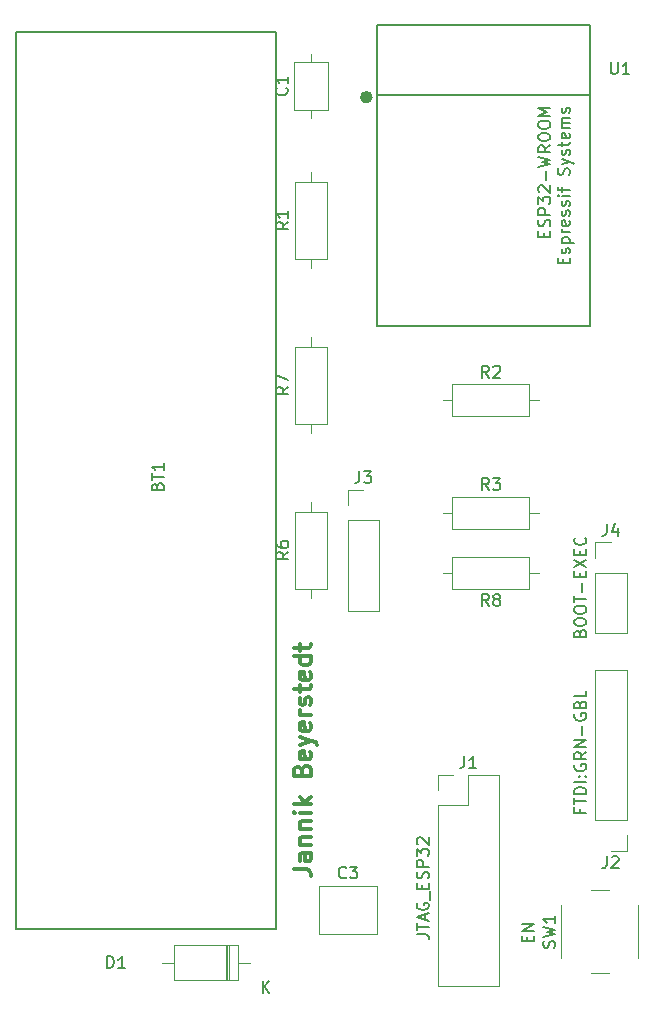
<source format=gto>
G04 #@! TF.GenerationSoftware,KiCad,Pcbnew,(5.0.0-3-g5ebb6b6)*
G04 #@! TF.CreationDate,2018-08-01T17:04:44+02:00*
G04 #@! TF.ProjectId,esp32-sensornode,65737033322D73656E736F726E6F6465,rev?*
G04 #@! TF.SameCoordinates,Original*
G04 #@! TF.FileFunction,Legend,Top*
G04 #@! TF.FilePolarity,Positive*
%FSLAX46Y46*%
G04 Gerber Fmt 4.6, Leading zero omitted, Abs format (unit mm)*
G04 Created by KiCad (PCBNEW (5.0.0-3-g5ebb6b6)) date Wednesday, 01. August 2018 um 17:04:44*
%MOMM*%
%LPD*%
G01*
G04 APERTURE LIST*
%ADD10C,0.300000*%
%ADD11C,0.150000*%
%ADD12C,0.120000*%
%ADD13C,0.500000*%
G04 APERTURE END LIST*
D10*
X201743571Y-122244285D02*
X202815000Y-122244285D01*
X203029285Y-122315714D01*
X203172142Y-122458571D01*
X203243571Y-122672857D01*
X203243571Y-122815714D01*
X203243571Y-120887142D02*
X202457857Y-120887142D01*
X202315000Y-120958571D01*
X202243571Y-121101428D01*
X202243571Y-121387142D01*
X202315000Y-121530000D01*
X203172142Y-120887142D02*
X203243571Y-121030000D01*
X203243571Y-121387142D01*
X203172142Y-121530000D01*
X203029285Y-121601428D01*
X202886428Y-121601428D01*
X202743571Y-121530000D01*
X202672142Y-121387142D01*
X202672142Y-121030000D01*
X202600714Y-120887142D01*
X202243571Y-120172857D02*
X203243571Y-120172857D01*
X202386428Y-120172857D02*
X202315000Y-120101428D01*
X202243571Y-119958571D01*
X202243571Y-119744285D01*
X202315000Y-119601428D01*
X202457857Y-119530000D01*
X203243571Y-119530000D01*
X202243571Y-118815714D02*
X203243571Y-118815714D01*
X202386428Y-118815714D02*
X202315000Y-118744285D01*
X202243571Y-118601428D01*
X202243571Y-118387142D01*
X202315000Y-118244285D01*
X202457857Y-118172857D01*
X203243571Y-118172857D01*
X203243571Y-117458571D02*
X202243571Y-117458571D01*
X201743571Y-117458571D02*
X201815000Y-117530000D01*
X201886428Y-117458571D01*
X201815000Y-117387142D01*
X201743571Y-117458571D01*
X201886428Y-117458571D01*
X203243571Y-116744285D02*
X201743571Y-116744285D01*
X202672142Y-116601428D02*
X203243571Y-116172857D01*
X202243571Y-116172857D02*
X202815000Y-116744285D01*
X202457857Y-113887142D02*
X202529285Y-113672857D01*
X202600714Y-113601428D01*
X202743571Y-113530000D01*
X202957857Y-113530000D01*
X203100714Y-113601428D01*
X203172142Y-113672857D01*
X203243571Y-113815714D01*
X203243571Y-114387142D01*
X201743571Y-114387142D01*
X201743571Y-113887142D01*
X201815000Y-113744285D01*
X201886428Y-113672857D01*
X202029285Y-113601428D01*
X202172142Y-113601428D01*
X202315000Y-113672857D01*
X202386428Y-113744285D01*
X202457857Y-113887142D01*
X202457857Y-114387142D01*
X203172142Y-112315714D02*
X203243571Y-112458571D01*
X203243571Y-112744285D01*
X203172142Y-112887142D01*
X203029285Y-112958571D01*
X202457857Y-112958571D01*
X202315000Y-112887142D01*
X202243571Y-112744285D01*
X202243571Y-112458571D01*
X202315000Y-112315714D01*
X202457857Y-112244285D01*
X202600714Y-112244285D01*
X202743571Y-112958571D01*
X202243571Y-111744285D02*
X203243571Y-111387142D01*
X202243571Y-111030000D02*
X203243571Y-111387142D01*
X203600714Y-111530000D01*
X203672142Y-111601428D01*
X203743571Y-111744285D01*
X203172142Y-109887142D02*
X203243571Y-110030000D01*
X203243571Y-110315714D01*
X203172142Y-110458571D01*
X203029285Y-110530000D01*
X202457857Y-110530000D01*
X202315000Y-110458571D01*
X202243571Y-110315714D01*
X202243571Y-110030000D01*
X202315000Y-109887142D01*
X202457857Y-109815714D01*
X202600714Y-109815714D01*
X202743571Y-110530000D01*
X203243571Y-109172857D02*
X202243571Y-109172857D01*
X202529285Y-109172857D02*
X202386428Y-109101428D01*
X202315000Y-109030000D01*
X202243571Y-108887142D01*
X202243571Y-108744285D01*
X203172142Y-108315714D02*
X203243571Y-108172857D01*
X203243571Y-107887142D01*
X203172142Y-107744285D01*
X203029285Y-107672857D01*
X202957857Y-107672857D01*
X202815000Y-107744285D01*
X202743571Y-107887142D01*
X202743571Y-108101428D01*
X202672142Y-108244285D01*
X202529285Y-108315714D01*
X202457857Y-108315714D01*
X202315000Y-108244285D01*
X202243571Y-108101428D01*
X202243571Y-107887142D01*
X202315000Y-107744285D01*
X202243571Y-107244285D02*
X202243571Y-106672857D01*
X201743571Y-107030000D02*
X203029285Y-107030000D01*
X203172142Y-106958571D01*
X203243571Y-106815714D01*
X203243571Y-106672857D01*
X203172142Y-105601428D02*
X203243571Y-105744285D01*
X203243571Y-106030000D01*
X203172142Y-106172857D01*
X203029285Y-106244285D01*
X202457857Y-106244285D01*
X202315000Y-106172857D01*
X202243571Y-106030000D01*
X202243571Y-105744285D01*
X202315000Y-105601428D01*
X202457857Y-105530000D01*
X202600714Y-105530000D01*
X202743571Y-106244285D01*
X203243571Y-104244285D02*
X201743571Y-104244285D01*
X203172142Y-104244285D02*
X203243571Y-104387142D01*
X203243571Y-104672857D01*
X203172142Y-104815714D01*
X203100714Y-104887142D01*
X202957857Y-104958571D01*
X202529285Y-104958571D01*
X202386428Y-104887142D01*
X202315000Y-104815714D01*
X202243571Y-104672857D01*
X202243571Y-104387142D01*
X202315000Y-104244285D01*
X202243571Y-103744285D02*
X202243571Y-103172857D01*
X201743571Y-103530000D02*
X203029285Y-103530000D01*
X203172142Y-103458571D01*
X203243571Y-103315714D01*
X203243571Y-103172857D01*
D11*
G04 #@! TO.C,BT1*
X200280000Y-127350000D02*
X178280000Y-127350000D01*
X200280000Y-51350000D02*
X200280000Y-127350000D01*
X178280000Y-51350000D02*
X200280000Y-51350000D01*
X178280000Y-127350000D02*
X178280000Y-51350000D01*
D12*
G04 #@! TO.C,C1*
X201780000Y-57960000D02*
X204620000Y-57960000D01*
X204620000Y-57960000D02*
X204620000Y-53920000D01*
X204620000Y-53920000D02*
X201780000Y-53920000D01*
X201780000Y-53920000D02*
X201780000Y-57960000D01*
X203200000Y-58650000D02*
X203200000Y-57960000D01*
X203200000Y-53230000D02*
X203200000Y-53920000D01*
G04 #@! TO.C,C3*
X203935000Y-123710000D02*
X208775000Y-123710000D01*
X203935000Y-127750000D02*
X208775000Y-127750000D01*
X203935000Y-123710000D02*
X203935000Y-127750000D01*
X208775000Y-123710000D02*
X208775000Y-127750000D01*
G04 #@! TO.C,D1*
X197030000Y-131645000D02*
X197030000Y-128705000D01*
X197030000Y-128705000D02*
X191590000Y-128705000D01*
X191590000Y-128705000D02*
X191590000Y-131645000D01*
X191590000Y-131645000D02*
X197030000Y-131645000D01*
X198050000Y-130175000D02*
X197030000Y-130175000D01*
X190570000Y-130175000D02*
X191590000Y-130175000D01*
X196130000Y-131645000D02*
X196130000Y-128705000D01*
X196010000Y-131645000D02*
X196010000Y-128705000D01*
X196250000Y-131645000D02*
X196250000Y-128705000D01*
G04 #@! TO.C,J2*
X229930000Y-105350000D02*
X227270000Y-105350000D01*
X229930000Y-118110000D02*
X229930000Y-105350000D01*
X227270000Y-118110000D02*
X227270000Y-105350000D01*
X229930000Y-118110000D02*
X227270000Y-118110000D01*
X229930000Y-119380000D02*
X229930000Y-120710000D01*
X229930000Y-120710000D02*
X228600000Y-120710000D01*
G04 #@! TO.C,J3*
X206315000Y-100390000D02*
X208975000Y-100390000D01*
X206315000Y-92710000D02*
X206315000Y-100390000D01*
X208975000Y-92710000D02*
X208975000Y-100390000D01*
X206315000Y-92710000D02*
X208975000Y-92710000D01*
X206315000Y-91440000D02*
X206315000Y-90110000D01*
X206315000Y-90110000D02*
X207645000Y-90110000D01*
G04 #@! TO.C,J4*
X227270000Y-102295000D02*
X229930000Y-102295000D01*
X227270000Y-97155000D02*
X227270000Y-102295000D01*
X229930000Y-97155000D02*
X229930000Y-102295000D01*
X227270000Y-97155000D02*
X229930000Y-97155000D01*
X227270000Y-95885000D02*
X227270000Y-94555000D01*
X227270000Y-94555000D02*
X228600000Y-94555000D01*
G04 #@! TO.C,R1*
X201830000Y-70580000D02*
X204570000Y-70580000D01*
X204570000Y-70580000D02*
X204570000Y-64040000D01*
X204570000Y-64040000D02*
X201830000Y-64040000D01*
X201830000Y-64040000D02*
X201830000Y-70580000D01*
X203200000Y-71350000D02*
X203200000Y-70580000D01*
X203200000Y-63270000D02*
X203200000Y-64040000D01*
G04 #@! TO.C,R2*
X222480000Y-82550000D02*
X221710000Y-82550000D01*
X214400000Y-82550000D02*
X215170000Y-82550000D01*
X221710000Y-81180000D02*
X215170000Y-81180000D01*
X221710000Y-83920000D02*
X221710000Y-81180000D01*
X215170000Y-83920000D02*
X221710000Y-83920000D01*
X215170000Y-81180000D02*
X215170000Y-83920000D01*
G04 #@! TO.C,R3*
X222480000Y-92075000D02*
X221710000Y-92075000D01*
X214400000Y-92075000D02*
X215170000Y-92075000D01*
X221710000Y-90705000D02*
X215170000Y-90705000D01*
X221710000Y-93445000D02*
X221710000Y-90705000D01*
X215170000Y-93445000D02*
X221710000Y-93445000D01*
X215170000Y-90705000D02*
X215170000Y-93445000D01*
G04 #@! TO.C,R6*
X201830000Y-98520000D02*
X204570000Y-98520000D01*
X204570000Y-98520000D02*
X204570000Y-91980000D01*
X204570000Y-91980000D02*
X201830000Y-91980000D01*
X201830000Y-91980000D02*
X201830000Y-98520000D01*
X203200000Y-99290000D02*
X203200000Y-98520000D01*
X203200000Y-91210000D02*
X203200000Y-91980000D01*
G04 #@! TO.C,R7*
X201830000Y-84550000D02*
X204570000Y-84550000D01*
X204570000Y-84550000D02*
X204570000Y-78010000D01*
X204570000Y-78010000D02*
X201830000Y-78010000D01*
X201830000Y-78010000D02*
X201830000Y-84550000D01*
X203200000Y-85320000D02*
X203200000Y-84550000D01*
X203200000Y-77240000D02*
X203200000Y-78010000D01*
D13*
G04 #@! TO.C,U1*
X208182981Y-56896000D02*
G75*
G03X208182981Y-56896000I-283981J0D01*
G01*
D11*
X226805000Y-56750000D02*
X208805000Y-56750000D01*
X208805000Y-50750000D02*
X208805000Y-76250000D01*
X226805000Y-50750000D02*
X226805000Y-76250000D01*
X226805000Y-76250000D02*
X208805000Y-76250000D01*
X226805000Y-50750000D02*
X208805000Y-50750000D01*
D12*
G04 #@! TO.C,SW1*
X230925000Y-129810000D02*
X230925000Y-125310000D01*
X226925000Y-131060000D02*
X228425000Y-131060000D01*
X224425000Y-125310000D02*
X224425000Y-129810000D01*
X228425000Y-124060000D02*
X226925000Y-124060000D01*
G04 #@! TO.C,R8*
X221710000Y-98525000D02*
X221710000Y-95785000D01*
X221710000Y-95785000D02*
X215170000Y-95785000D01*
X215170000Y-95785000D02*
X215170000Y-98525000D01*
X215170000Y-98525000D02*
X221710000Y-98525000D01*
X222480000Y-97155000D02*
X221710000Y-97155000D01*
X214400000Y-97155000D02*
X215170000Y-97155000D01*
G04 #@! TO.C,J1*
X213935000Y-132140000D02*
X219135000Y-132140000D01*
X213935000Y-116840000D02*
X213935000Y-132140000D01*
X219135000Y-114240000D02*
X219135000Y-132140000D01*
X213935000Y-116840000D02*
X216535000Y-116840000D01*
X216535000Y-116840000D02*
X216535000Y-114240000D01*
X216535000Y-114240000D02*
X219135000Y-114240000D01*
X213935000Y-115570000D02*
X213935000Y-114240000D01*
X213935000Y-114240000D02*
X215265000Y-114240000D01*
G04 #@! TO.C,BT1*
D11*
X190208571Y-89835714D02*
X190256190Y-89692857D01*
X190303809Y-89645238D01*
X190399047Y-89597619D01*
X190541904Y-89597619D01*
X190637142Y-89645238D01*
X190684761Y-89692857D01*
X190732380Y-89788095D01*
X190732380Y-90169047D01*
X189732380Y-90169047D01*
X189732380Y-89835714D01*
X189780000Y-89740476D01*
X189827619Y-89692857D01*
X189922857Y-89645238D01*
X190018095Y-89645238D01*
X190113333Y-89692857D01*
X190160952Y-89740476D01*
X190208571Y-89835714D01*
X190208571Y-90169047D01*
X189732380Y-89311904D02*
X189732380Y-88740476D01*
X190732380Y-89026190D02*
X189732380Y-89026190D01*
X190732380Y-87883333D02*
X190732380Y-88454761D01*
X190732380Y-88169047D02*
X189732380Y-88169047D01*
X189875238Y-88264285D01*
X189970476Y-88359523D01*
X190018095Y-88454761D01*
G04 #@! TO.C,C1*
X201137142Y-56106666D02*
X201184761Y-56154285D01*
X201232380Y-56297142D01*
X201232380Y-56392380D01*
X201184761Y-56535238D01*
X201089523Y-56630476D01*
X200994285Y-56678095D01*
X200803809Y-56725714D01*
X200660952Y-56725714D01*
X200470476Y-56678095D01*
X200375238Y-56630476D01*
X200280000Y-56535238D01*
X200232380Y-56392380D01*
X200232380Y-56297142D01*
X200280000Y-56154285D01*
X200327619Y-56106666D01*
X201232380Y-55154285D02*
X201232380Y-55725714D01*
X201232380Y-55440000D02*
X200232380Y-55440000D01*
X200375238Y-55535238D01*
X200470476Y-55630476D01*
X200518095Y-55725714D01*
G04 #@! TO.C,C3*
X206188333Y-122937142D02*
X206140714Y-122984761D01*
X205997857Y-123032380D01*
X205902619Y-123032380D01*
X205759761Y-122984761D01*
X205664523Y-122889523D01*
X205616904Y-122794285D01*
X205569285Y-122603809D01*
X205569285Y-122460952D01*
X205616904Y-122270476D01*
X205664523Y-122175238D01*
X205759761Y-122080000D01*
X205902619Y-122032380D01*
X205997857Y-122032380D01*
X206140714Y-122080000D01*
X206188333Y-122127619D01*
X206521666Y-122032380D02*
X207140714Y-122032380D01*
X206807380Y-122413333D01*
X206950238Y-122413333D01*
X207045476Y-122460952D01*
X207093095Y-122508571D01*
X207140714Y-122603809D01*
X207140714Y-122841904D01*
X207093095Y-122937142D01*
X207045476Y-122984761D01*
X206950238Y-123032380D01*
X206664523Y-123032380D01*
X206569285Y-122984761D01*
X206521666Y-122937142D01*
G04 #@! TO.C,D1*
X185951904Y-130627380D02*
X185951904Y-129627380D01*
X186190000Y-129627380D01*
X186332857Y-129675000D01*
X186428095Y-129770238D01*
X186475714Y-129865476D01*
X186523333Y-130055952D01*
X186523333Y-130198809D01*
X186475714Y-130389285D01*
X186428095Y-130484523D01*
X186332857Y-130579761D01*
X186190000Y-130627380D01*
X185951904Y-130627380D01*
X187475714Y-130627380D02*
X186904285Y-130627380D01*
X187190000Y-130627380D02*
X187190000Y-129627380D01*
X187094761Y-129770238D01*
X186999523Y-129865476D01*
X186904285Y-129913095D01*
X199128095Y-132727380D02*
X199128095Y-131727380D01*
X199699523Y-132727380D02*
X199270952Y-132155952D01*
X199699523Y-131727380D02*
X199128095Y-132298809D01*
G04 #@! TO.C,J2*
X228266666Y-121162380D02*
X228266666Y-121876666D01*
X228219047Y-122019523D01*
X228123809Y-122114761D01*
X227980952Y-122162380D01*
X227885714Y-122162380D01*
X228695238Y-121257619D02*
X228742857Y-121210000D01*
X228838095Y-121162380D01*
X229076190Y-121162380D01*
X229171428Y-121210000D01*
X229219047Y-121257619D01*
X229266666Y-121352857D01*
X229266666Y-121448095D01*
X229219047Y-121590952D01*
X228647619Y-122162380D01*
X229266666Y-122162380D01*
X225988571Y-117156904D02*
X225988571Y-117490238D01*
X226512380Y-117490238D02*
X225512380Y-117490238D01*
X225512380Y-117014047D01*
X225512380Y-116775952D02*
X225512380Y-116204523D01*
X226512380Y-116490238D02*
X225512380Y-116490238D01*
X226512380Y-115871190D02*
X225512380Y-115871190D01*
X225512380Y-115633095D01*
X225560000Y-115490238D01*
X225655238Y-115395000D01*
X225750476Y-115347380D01*
X225940952Y-115299761D01*
X226083809Y-115299761D01*
X226274285Y-115347380D01*
X226369523Y-115395000D01*
X226464761Y-115490238D01*
X226512380Y-115633095D01*
X226512380Y-115871190D01*
X226512380Y-114871190D02*
X225512380Y-114871190D01*
X226417142Y-114395000D02*
X226464761Y-114347380D01*
X226512380Y-114395000D01*
X226464761Y-114442619D01*
X226417142Y-114395000D01*
X226512380Y-114395000D01*
X225893333Y-114395000D02*
X225940952Y-114347380D01*
X225988571Y-114395000D01*
X225940952Y-114442619D01*
X225893333Y-114395000D01*
X225988571Y-114395000D01*
X225560000Y-113395000D02*
X225512380Y-113490238D01*
X225512380Y-113633095D01*
X225560000Y-113775952D01*
X225655238Y-113871190D01*
X225750476Y-113918809D01*
X225940952Y-113966428D01*
X226083809Y-113966428D01*
X226274285Y-113918809D01*
X226369523Y-113871190D01*
X226464761Y-113775952D01*
X226512380Y-113633095D01*
X226512380Y-113537857D01*
X226464761Y-113395000D01*
X226417142Y-113347380D01*
X226083809Y-113347380D01*
X226083809Y-113537857D01*
X226512380Y-112347380D02*
X226036190Y-112680714D01*
X226512380Y-112918809D02*
X225512380Y-112918809D01*
X225512380Y-112537857D01*
X225560000Y-112442619D01*
X225607619Y-112395000D01*
X225702857Y-112347380D01*
X225845714Y-112347380D01*
X225940952Y-112395000D01*
X225988571Y-112442619D01*
X226036190Y-112537857D01*
X226036190Y-112918809D01*
X226512380Y-111918809D02*
X225512380Y-111918809D01*
X226512380Y-111347380D01*
X225512380Y-111347380D01*
X226131428Y-110871190D02*
X226131428Y-110109285D01*
X225560000Y-109109285D02*
X225512380Y-109204523D01*
X225512380Y-109347380D01*
X225560000Y-109490238D01*
X225655238Y-109585476D01*
X225750476Y-109633095D01*
X225940952Y-109680714D01*
X226083809Y-109680714D01*
X226274285Y-109633095D01*
X226369523Y-109585476D01*
X226464761Y-109490238D01*
X226512380Y-109347380D01*
X226512380Y-109252142D01*
X226464761Y-109109285D01*
X226417142Y-109061666D01*
X226083809Y-109061666D01*
X226083809Y-109252142D01*
X225988571Y-108299761D02*
X226036190Y-108156904D01*
X226083809Y-108109285D01*
X226179047Y-108061666D01*
X226321904Y-108061666D01*
X226417142Y-108109285D01*
X226464761Y-108156904D01*
X226512380Y-108252142D01*
X226512380Y-108633095D01*
X225512380Y-108633095D01*
X225512380Y-108299761D01*
X225560000Y-108204523D01*
X225607619Y-108156904D01*
X225702857Y-108109285D01*
X225798095Y-108109285D01*
X225893333Y-108156904D01*
X225940952Y-108204523D01*
X225988571Y-108299761D01*
X225988571Y-108633095D01*
X226512380Y-107156904D02*
X226512380Y-107633095D01*
X225512380Y-107633095D01*
G04 #@! TO.C,J3*
X207311666Y-88562380D02*
X207311666Y-89276666D01*
X207264047Y-89419523D01*
X207168809Y-89514761D01*
X207025952Y-89562380D01*
X206930714Y-89562380D01*
X207692619Y-88562380D02*
X208311666Y-88562380D01*
X207978333Y-88943333D01*
X208121190Y-88943333D01*
X208216428Y-88990952D01*
X208264047Y-89038571D01*
X208311666Y-89133809D01*
X208311666Y-89371904D01*
X208264047Y-89467142D01*
X208216428Y-89514761D01*
X208121190Y-89562380D01*
X207835476Y-89562380D01*
X207740238Y-89514761D01*
X207692619Y-89467142D01*
G04 #@! TO.C,J4*
X228266666Y-93007380D02*
X228266666Y-93721666D01*
X228219047Y-93864523D01*
X228123809Y-93959761D01*
X227980952Y-94007380D01*
X227885714Y-94007380D01*
X229171428Y-93340714D02*
X229171428Y-94007380D01*
X228933333Y-92959761D02*
X228695238Y-93674047D01*
X229314285Y-93674047D01*
X225988571Y-102282142D02*
X226036190Y-102139285D01*
X226083809Y-102091666D01*
X226179047Y-102044047D01*
X226321904Y-102044047D01*
X226417142Y-102091666D01*
X226464761Y-102139285D01*
X226512380Y-102234523D01*
X226512380Y-102615476D01*
X225512380Y-102615476D01*
X225512380Y-102282142D01*
X225560000Y-102186904D01*
X225607619Y-102139285D01*
X225702857Y-102091666D01*
X225798095Y-102091666D01*
X225893333Y-102139285D01*
X225940952Y-102186904D01*
X225988571Y-102282142D01*
X225988571Y-102615476D01*
X225512380Y-101425000D02*
X225512380Y-101234523D01*
X225560000Y-101139285D01*
X225655238Y-101044047D01*
X225845714Y-100996428D01*
X226179047Y-100996428D01*
X226369523Y-101044047D01*
X226464761Y-101139285D01*
X226512380Y-101234523D01*
X226512380Y-101425000D01*
X226464761Y-101520238D01*
X226369523Y-101615476D01*
X226179047Y-101663095D01*
X225845714Y-101663095D01*
X225655238Y-101615476D01*
X225560000Y-101520238D01*
X225512380Y-101425000D01*
X225512380Y-100377380D02*
X225512380Y-100186904D01*
X225560000Y-100091666D01*
X225655238Y-99996428D01*
X225845714Y-99948809D01*
X226179047Y-99948809D01*
X226369523Y-99996428D01*
X226464761Y-100091666D01*
X226512380Y-100186904D01*
X226512380Y-100377380D01*
X226464761Y-100472619D01*
X226369523Y-100567857D01*
X226179047Y-100615476D01*
X225845714Y-100615476D01*
X225655238Y-100567857D01*
X225560000Y-100472619D01*
X225512380Y-100377380D01*
X225512380Y-99663095D02*
X225512380Y-99091666D01*
X226512380Y-99377380D02*
X225512380Y-99377380D01*
X226131428Y-98758333D02*
X226131428Y-97996428D01*
X225988571Y-97520238D02*
X225988571Y-97186904D01*
X226512380Y-97044047D02*
X226512380Y-97520238D01*
X225512380Y-97520238D01*
X225512380Y-97044047D01*
X225512380Y-96710714D02*
X226512380Y-96044047D01*
X225512380Y-96044047D02*
X226512380Y-96710714D01*
X225988571Y-95663095D02*
X225988571Y-95329761D01*
X226512380Y-95186904D02*
X226512380Y-95663095D01*
X225512380Y-95663095D01*
X225512380Y-95186904D01*
X226417142Y-94186904D02*
X226464761Y-94234523D01*
X226512380Y-94377380D01*
X226512380Y-94472619D01*
X226464761Y-94615476D01*
X226369523Y-94710714D01*
X226274285Y-94758333D01*
X226083809Y-94805952D01*
X225940952Y-94805952D01*
X225750476Y-94758333D01*
X225655238Y-94710714D01*
X225560000Y-94615476D01*
X225512380Y-94472619D01*
X225512380Y-94377380D01*
X225560000Y-94234523D01*
X225607619Y-94186904D01*
G04 #@! TO.C,R1*
X201282380Y-67476666D02*
X200806190Y-67810000D01*
X201282380Y-68048095D02*
X200282380Y-68048095D01*
X200282380Y-67667142D01*
X200330000Y-67571904D01*
X200377619Y-67524285D01*
X200472857Y-67476666D01*
X200615714Y-67476666D01*
X200710952Y-67524285D01*
X200758571Y-67571904D01*
X200806190Y-67667142D01*
X200806190Y-68048095D01*
X201282380Y-66524285D02*
X201282380Y-67095714D01*
X201282380Y-66810000D02*
X200282380Y-66810000D01*
X200425238Y-66905238D01*
X200520476Y-67000476D01*
X200568095Y-67095714D01*
G04 #@! TO.C,R2*
X218273333Y-80632380D02*
X217940000Y-80156190D01*
X217701904Y-80632380D02*
X217701904Y-79632380D01*
X218082857Y-79632380D01*
X218178095Y-79680000D01*
X218225714Y-79727619D01*
X218273333Y-79822857D01*
X218273333Y-79965714D01*
X218225714Y-80060952D01*
X218178095Y-80108571D01*
X218082857Y-80156190D01*
X217701904Y-80156190D01*
X218654285Y-79727619D02*
X218701904Y-79680000D01*
X218797142Y-79632380D01*
X219035238Y-79632380D01*
X219130476Y-79680000D01*
X219178095Y-79727619D01*
X219225714Y-79822857D01*
X219225714Y-79918095D01*
X219178095Y-80060952D01*
X218606666Y-80632380D01*
X219225714Y-80632380D01*
G04 #@! TO.C,R3*
X218273333Y-90157380D02*
X217940000Y-89681190D01*
X217701904Y-90157380D02*
X217701904Y-89157380D01*
X218082857Y-89157380D01*
X218178095Y-89205000D01*
X218225714Y-89252619D01*
X218273333Y-89347857D01*
X218273333Y-89490714D01*
X218225714Y-89585952D01*
X218178095Y-89633571D01*
X218082857Y-89681190D01*
X217701904Y-89681190D01*
X218606666Y-89157380D02*
X219225714Y-89157380D01*
X218892380Y-89538333D01*
X219035238Y-89538333D01*
X219130476Y-89585952D01*
X219178095Y-89633571D01*
X219225714Y-89728809D01*
X219225714Y-89966904D01*
X219178095Y-90062142D01*
X219130476Y-90109761D01*
X219035238Y-90157380D01*
X218749523Y-90157380D01*
X218654285Y-90109761D01*
X218606666Y-90062142D01*
G04 #@! TO.C,R6*
X201282380Y-95416666D02*
X200806190Y-95750000D01*
X201282380Y-95988095D02*
X200282380Y-95988095D01*
X200282380Y-95607142D01*
X200330000Y-95511904D01*
X200377619Y-95464285D01*
X200472857Y-95416666D01*
X200615714Y-95416666D01*
X200710952Y-95464285D01*
X200758571Y-95511904D01*
X200806190Y-95607142D01*
X200806190Y-95988095D01*
X200282380Y-94559523D02*
X200282380Y-94750000D01*
X200330000Y-94845238D01*
X200377619Y-94892857D01*
X200520476Y-94988095D01*
X200710952Y-95035714D01*
X201091904Y-95035714D01*
X201187142Y-94988095D01*
X201234761Y-94940476D01*
X201282380Y-94845238D01*
X201282380Y-94654761D01*
X201234761Y-94559523D01*
X201187142Y-94511904D01*
X201091904Y-94464285D01*
X200853809Y-94464285D01*
X200758571Y-94511904D01*
X200710952Y-94559523D01*
X200663333Y-94654761D01*
X200663333Y-94845238D01*
X200710952Y-94940476D01*
X200758571Y-94988095D01*
X200853809Y-95035714D01*
G04 #@! TO.C,R7*
X201282380Y-81446666D02*
X200806190Y-81780000D01*
X201282380Y-82018095D02*
X200282380Y-82018095D01*
X200282380Y-81637142D01*
X200330000Y-81541904D01*
X200377619Y-81494285D01*
X200472857Y-81446666D01*
X200615714Y-81446666D01*
X200710952Y-81494285D01*
X200758571Y-81541904D01*
X200806190Y-81637142D01*
X200806190Y-82018095D01*
X200282380Y-81113333D02*
X200282380Y-80446666D01*
X201282380Y-80875238D01*
G04 #@! TO.C,U1*
X228600095Y-53935380D02*
X228600095Y-54744904D01*
X228647714Y-54840142D01*
X228695333Y-54887761D01*
X228790571Y-54935380D01*
X228981047Y-54935380D01*
X229076285Y-54887761D01*
X229123904Y-54840142D01*
X229171523Y-54744904D01*
X229171523Y-53935380D01*
X230171523Y-54935380D02*
X229600095Y-54935380D01*
X229885809Y-54935380D02*
X229885809Y-53935380D01*
X229790571Y-54078238D01*
X229695333Y-54173476D01*
X229600095Y-54221095D01*
X224591571Y-70960428D02*
X224591571Y-70627095D01*
X225115380Y-70484238D02*
X225115380Y-70960428D01*
X224115380Y-70960428D01*
X224115380Y-70484238D01*
X225067761Y-70103285D02*
X225115380Y-70008047D01*
X225115380Y-69817571D01*
X225067761Y-69722333D01*
X224972523Y-69674714D01*
X224924904Y-69674714D01*
X224829666Y-69722333D01*
X224782047Y-69817571D01*
X224782047Y-69960428D01*
X224734428Y-70055666D01*
X224639190Y-70103285D01*
X224591571Y-70103285D01*
X224496333Y-70055666D01*
X224448714Y-69960428D01*
X224448714Y-69817571D01*
X224496333Y-69722333D01*
X224448714Y-69246142D02*
X225448714Y-69246142D01*
X224496333Y-69246142D02*
X224448714Y-69150904D01*
X224448714Y-68960428D01*
X224496333Y-68865190D01*
X224543952Y-68817571D01*
X224639190Y-68769952D01*
X224924904Y-68769952D01*
X225020142Y-68817571D01*
X225067761Y-68865190D01*
X225115380Y-68960428D01*
X225115380Y-69150904D01*
X225067761Y-69246142D01*
X225115380Y-68341380D02*
X224448714Y-68341380D01*
X224639190Y-68341380D02*
X224543952Y-68293761D01*
X224496333Y-68246142D01*
X224448714Y-68150904D01*
X224448714Y-68055666D01*
X225067761Y-67341380D02*
X225115380Y-67436619D01*
X225115380Y-67627095D01*
X225067761Y-67722333D01*
X224972523Y-67769952D01*
X224591571Y-67769952D01*
X224496333Y-67722333D01*
X224448714Y-67627095D01*
X224448714Y-67436619D01*
X224496333Y-67341380D01*
X224591571Y-67293761D01*
X224686809Y-67293761D01*
X224782047Y-67769952D01*
X225067761Y-66912809D02*
X225115380Y-66817571D01*
X225115380Y-66627095D01*
X225067761Y-66531857D01*
X224972523Y-66484238D01*
X224924904Y-66484238D01*
X224829666Y-66531857D01*
X224782047Y-66627095D01*
X224782047Y-66769952D01*
X224734428Y-66865190D01*
X224639190Y-66912809D01*
X224591571Y-66912809D01*
X224496333Y-66865190D01*
X224448714Y-66769952D01*
X224448714Y-66627095D01*
X224496333Y-66531857D01*
X225067761Y-66103285D02*
X225115380Y-66008047D01*
X225115380Y-65817571D01*
X225067761Y-65722333D01*
X224972523Y-65674714D01*
X224924904Y-65674714D01*
X224829666Y-65722333D01*
X224782047Y-65817571D01*
X224782047Y-65960428D01*
X224734428Y-66055666D01*
X224639190Y-66103285D01*
X224591571Y-66103285D01*
X224496333Y-66055666D01*
X224448714Y-65960428D01*
X224448714Y-65817571D01*
X224496333Y-65722333D01*
X225115380Y-65246142D02*
X224448714Y-65246142D01*
X224115380Y-65246142D02*
X224163000Y-65293761D01*
X224210619Y-65246142D01*
X224163000Y-65198523D01*
X224115380Y-65246142D01*
X224210619Y-65246142D01*
X224448714Y-64912809D02*
X224448714Y-64531857D01*
X225115380Y-64769952D02*
X224258238Y-64769952D01*
X224163000Y-64722333D01*
X224115380Y-64627095D01*
X224115380Y-64531857D01*
X225067761Y-63484238D02*
X225115380Y-63341380D01*
X225115380Y-63103285D01*
X225067761Y-63008047D01*
X225020142Y-62960428D01*
X224924904Y-62912809D01*
X224829666Y-62912809D01*
X224734428Y-62960428D01*
X224686809Y-63008047D01*
X224639190Y-63103285D01*
X224591571Y-63293761D01*
X224543952Y-63389000D01*
X224496333Y-63436619D01*
X224401095Y-63484238D01*
X224305857Y-63484238D01*
X224210619Y-63436619D01*
X224163000Y-63389000D01*
X224115380Y-63293761D01*
X224115380Y-63055666D01*
X224163000Y-62912809D01*
X224448714Y-62579476D02*
X225115380Y-62341380D01*
X224448714Y-62103285D02*
X225115380Y-62341380D01*
X225353476Y-62436619D01*
X225401095Y-62484238D01*
X225448714Y-62579476D01*
X225067761Y-61769952D02*
X225115380Y-61674714D01*
X225115380Y-61484238D01*
X225067761Y-61389000D01*
X224972523Y-61341380D01*
X224924904Y-61341380D01*
X224829666Y-61389000D01*
X224782047Y-61484238D01*
X224782047Y-61627095D01*
X224734428Y-61722333D01*
X224639190Y-61769952D01*
X224591571Y-61769952D01*
X224496333Y-61722333D01*
X224448714Y-61627095D01*
X224448714Y-61484238D01*
X224496333Y-61389000D01*
X224448714Y-61055666D02*
X224448714Y-60674714D01*
X224115380Y-60912809D02*
X224972523Y-60912809D01*
X225067761Y-60865190D01*
X225115380Y-60769952D01*
X225115380Y-60674714D01*
X225067761Y-59960428D02*
X225115380Y-60055666D01*
X225115380Y-60246142D01*
X225067761Y-60341380D01*
X224972523Y-60389000D01*
X224591571Y-60389000D01*
X224496333Y-60341380D01*
X224448714Y-60246142D01*
X224448714Y-60055666D01*
X224496333Y-59960428D01*
X224591571Y-59912809D01*
X224686809Y-59912809D01*
X224782047Y-60389000D01*
X225115380Y-59484238D02*
X224448714Y-59484238D01*
X224543952Y-59484238D02*
X224496333Y-59436619D01*
X224448714Y-59341380D01*
X224448714Y-59198523D01*
X224496333Y-59103285D01*
X224591571Y-59055666D01*
X225115380Y-59055666D01*
X224591571Y-59055666D02*
X224496333Y-59008047D01*
X224448714Y-58912809D01*
X224448714Y-58769952D01*
X224496333Y-58674714D01*
X224591571Y-58627095D01*
X225115380Y-58627095D01*
X225067761Y-58198523D02*
X225115380Y-58103285D01*
X225115380Y-57912809D01*
X225067761Y-57817571D01*
X224972523Y-57769952D01*
X224924904Y-57769952D01*
X224829666Y-57817571D01*
X224782047Y-57912809D01*
X224782047Y-58055666D01*
X224734428Y-58150904D01*
X224639190Y-58198523D01*
X224591571Y-58198523D01*
X224496333Y-58150904D01*
X224448714Y-58055666D01*
X224448714Y-57912809D01*
X224496333Y-57817571D01*
X222940571Y-68698380D02*
X222940571Y-68365047D01*
X223464380Y-68222190D02*
X223464380Y-68698380D01*
X222464380Y-68698380D01*
X222464380Y-68222190D01*
X223416761Y-67841238D02*
X223464380Y-67698380D01*
X223464380Y-67460285D01*
X223416761Y-67365047D01*
X223369142Y-67317428D01*
X223273904Y-67269809D01*
X223178666Y-67269809D01*
X223083428Y-67317428D01*
X223035809Y-67365047D01*
X222988190Y-67460285D01*
X222940571Y-67650761D01*
X222892952Y-67746000D01*
X222845333Y-67793619D01*
X222750095Y-67841238D01*
X222654857Y-67841238D01*
X222559619Y-67793619D01*
X222512000Y-67746000D01*
X222464380Y-67650761D01*
X222464380Y-67412666D01*
X222512000Y-67269809D01*
X223464380Y-66841238D02*
X222464380Y-66841238D01*
X222464380Y-66460285D01*
X222512000Y-66365047D01*
X222559619Y-66317428D01*
X222654857Y-66269809D01*
X222797714Y-66269809D01*
X222892952Y-66317428D01*
X222940571Y-66365047D01*
X222988190Y-66460285D01*
X222988190Y-66841238D01*
X222464380Y-65936476D02*
X222464380Y-65317428D01*
X222845333Y-65650761D01*
X222845333Y-65507904D01*
X222892952Y-65412666D01*
X222940571Y-65365047D01*
X223035809Y-65317428D01*
X223273904Y-65317428D01*
X223369142Y-65365047D01*
X223416761Y-65412666D01*
X223464380Y-65507904D01*
X223464380Y-65793619D01*
X223416761Y-65888857D01*
X223369142Y-65936476D01*
X222559619Y-64936476D02*
X222512000Y-64888857D01*
X222464380Y-64793619D01*
X222464380Y-64555523D01*
X222512000Y-64460285D01*
X222559619Y-64412666D01*
X222654857Y-64365047D01*
X222750095Y-64365047D01*
X222892952Y-64412666D01*
X223464380Y-64984095D01*
X223464380Y-64365047D01*
X223083428Y-63936476D02*
X223083428Y-63174571D01*
X222464380Y-62793619D02*
X223464380Y-62555523D01*
X222750095Y-62365047D01*
X223464380Y-62174571D01*
X222464380Y-61936476D01*
X223464380Y-60984095D02*
X222988190Y-61317428D01*
X223464380Y-61555523D02*
X222464380Y-61555523D01*
X222464380Y-61174571D01*
X222512000Y-61079333D01*
X222559619Y-61031714D01*
X222654857Y-60984095D01*
X222797714Y-60984095D01*
X222892952Y-61031714D01*
X222940571Y-61079333D01*
X222988190Y-61174571D01*
X222988190Y-61555523D01*
X222464380Y-60365047D02*
X222464380Y-60174571D01*
X222512000Y-60079333D01*
X222607238Y-59984095D01*
X222797714Y-59936476D01*
X223131047Y-59936476D01*
X223321523Y-59984095D01*
X223416761Y-60079333D01*
X223464380Y-60174571D01*
X223464380Y-60365047D01*
X223416761Y-60460285D01*
X223321523Y-60555523D01*
X223131047Y-60603142D01*
X222797714Y-60603142D01*
X222607238Y-60555523D01*
X222512000Y-60460285D01*
X222464380Y-60365047D01*
X222464380Y-59317428D02*
X222464380Y-59126952D01*
X222512000Y-59031714D01*
X222607238Y-58936476D01*
X222797714Y-58888857D01*
X223131047Y-58888857D01*
X223321523Y-58936476D01*
X223416761Y-59031714D01*
X223464380Y-59126952D01*
X223464380Y-59317428D01*
X223416761Y-59412666D01*
X223321523Y-59507904D01*
X223131047Y-59555523D01*
X222797714Y-59555523D01*
X222607238Y-59507904D01*
X222512000Y-59412666D01*
X222464380Y-59317428D01*
X223464380Y-58460285D02*
X222464380Y-58460285D01*
X223178666Y-58126952D01*
X222464380Y-57793619D01*
X223464380Y-57793619D01*
G04 #@! TO.C,SW1*
X223829761Y-128893333D02*
X223877380Y-128750476D01*
X223877380Y-128512380D01*
X223829761Y-128417142D01*
X223782142Y-128369523D01*
X223686904Y-128321904D01*
X223591666Y-128321904D01*
X223496428Y-128369523D01*
X223448809Y-128417142D01*
X223401190Y-128512380D01*
X223353571Y-128702857D01*
X223305952Y-128798095D01*
X223258333Y-128845714D01*
X223163095Y-128893333D01*
X223067857Y-128893333D01*
X222972619Y-128845714D01*
X222925000Y-128798095D01*
X222877380Y-128702857D01*
X222877380Y-128464761D01*
X222925000Y-128321904D01*
X222877380Y-127988571D02*
X223877380Y-127750476D01*
X223163095Y-127560000D01*
X223877380Y-127369523D01*
X222877380Y-127131428D01*
X223877380Y-126226666D02*
X223877380Y-126798095D01*
X223877380Y-126512380D02*
X222877380Y-126512380D01*
X223020238Y-126607619D01*
X223115476Y-126702857D01*
X223163095Y-126798095D01*
X221543571Y-128373095D02*
X221543571Y-128039761D01*
X222067380Y-127896904D02*
X222067380Y-128373095D01*
X221067380Y-128373095D01*
X221067380Y-127896904D01*
X222067380Y-127468333D02*
X221067380Y-127468333D01*
X222067380Y-126896904D01*
X221067380Y-126896904D01*
G04 #@! TO.C,R8*
X218273333Y-99977380D02*
X217940000Y-99501190D01*
X217701904Y-99977380D02*
X217701904Y-98977380D01*
X218082857Y-98977380D01*
X218178095Y-99025000D01*
X218225714Y-99072619D01*
X218273333Y-99167857D01*
X218273333Y-99310714D01*
X218225714Y-99405952D01*
X218178095Y-99453571D01*
X218082857Y-99501190D01*
X217701904Y-99501190D01*
X218844761Y-99405952D02*
X218749523Y-99358333D01*
X218701904Y-99310714D01*
X218654285Y-99215476D01*
X218654285Y-99167857D01*
X218701904Y-99072619D01*
X218749523Y-99025000D01*
X218844761Y-98977380D01*
X219035238Y-98977380D01*
X219130476Y-99025000D01*
X219178095Y-99072619D01*
X219225714Y-99167857D01*
X219225714Y-99215476D01*
X219178095Y-99310714D01*
X219130476Y-99358333D01*
X219035238Y-99405952D01*
X218844761Y-99405952D01*
X218749523Y-99453571D01*
X218701904Y-99501190D01*
X218654285Y-99596428D01*
X218654285Y-99786904D01*
X218701904Y-99882142D01*
X218749523Y-99929761D01*
X218844761Y-99977380D01*
X219035238Y-99977380D01*
X219130476Y-99929761D01*
X219178095Y-99882142D01*
X219225714Y-99786904D01*
X219225714Y-99596428D01*
X219178095Y-99501190D01*
X219130476Y-99453571D01*
X219035238Y-99405952D01*
G04 #@! TO.C,J1*
X216201666Y-112692380D02*
X216201666Y-113406666D01*
X216154047Y-113549523D01*
X216058809Y-113644761D01*
X215915952Y-113692380D01*
X215820714Y-113692380D01*
X217201666Y-113692380D02*
X216630238Y-113692380D01*
X216915952Y-113692380D02*
X216915952Y-112692380D01*
X216820714Y-112835238D01*
X216725476Y-112930476D01*
X216630238Y-112978095D01*
X212177380Y-127753571D02*
X212891666Y-127753571D01*
X213034523Y-127801190D01*
X213129761Y-127896428D01*
X213177380Y-128039285D01*
X213177380Y-128134523D01*
X212177380Y-127420238D02*
X212177380Y-126848809D01*
X213177380Y-127134523D02*
X212177380Y-127134523D01*
X212891666Y-126563095D02*
X212891666Y-126086904D01*
X213177380Y-126658333D02*
X212177380Y-126325000D01*
X213177380Y-125991666D01*
X212225000Y-125134523D02*
X212177380Y-125229761D01*
X212177380Y-125372619D01*
X212225000Y-125515476D01*
X212320238Y-125610714D01*
X212415476Y-125658333D01*
X212605952Y-125705952D01*
X212748809Y-125705952D01*
X212939285Y-125658333D01*
X213034523Y-125610714D01*
X213129761Y-125515476D01*
X213177380Y-125372619D01*
X213177380Y-125277380D01*
X213129761Y-125134523D01*
X213082142Y-125086904D01*
X212748809Y-125086904D01*
X212748809Y-125277380D01*
X213272619Y-124896428D02*
X213272619Y-124134523D01*
X212653571Y-123896428D02*
X212653571Y-123563095D01*
X213177380Y-123420238D02*
X213177380Y-123896428D01*
X212177380Y-123896428D01*
X212177380Y-123420238D01*
X213129761Y-123039285D02*
X213177380Y-122896428D01*
X213177380Y-122658333D01*
X213129761Y-122563095D01*
X213082142Y-122515476D01*
X212986904Y-122467857D01*
X212891666Y-122467857D01*
X212796428Y-122515476D01*
X212748809Y-122563095D01*
X212701190Y-122658333D01*
X212653571Y-122848809D01*
X212605952Y-122944047D01*
X212558333Y-122991666D01*
X212463095Y-123039285D01*
X212367857Y-123039285D01*
X212272619Y-122991666D01*
X212225000Y-122944047D01*
X212177380Y-122848809D01*
X212177380Y-122610714D01*
X212225000Y-122467857D01*
X213177380Y-122039285D02*
X212177380Y-122039285D01*
X212177380Y-121658333D01*
X212225000Y-121563095D01*
X212272619Y-121515476D01*
X212367857Y-121467857D01*
X212510714Y-121467857D01*
X212605952Y-121515476D01*
X212653571Y-121563095D01*
X212701190Y-121658333D01*
X212701190Y-122039285D01*
X212177380Y-121134523D02*
X212177380Y-120515476D01*
X212558333Y-120848809D01*
X212558333Y-120705952D01*
X212605952Y-120610714D01*
X212653571Y-120563095D01*
X212748809Y-120515476D01*
X212986904Y-120515476D01*
X213082142Y-120563095D01*
X213129761Y-120610714D01*
X213177380Y-120705952D01*
X213177380Y-120991666D01*
X213129761Y-121086904D01*
X213082142Y-121134523D01*
X212272619Y-120134523D02*
X212225000Y-120086904D01*
X212177380Y-119991666D01*
X212177380Y-119753571D01*
X212225000Y-119658333D01*
X212272619Y-119610714D01*
X212367857Y-119563095D01*
X212463095Y-119563095D01*
X212605952Y-119610714D01*
X213177380Y-120182142D01*
X213177380Y-119563095D01*
G04 #@! TD*
M02*

</source>
